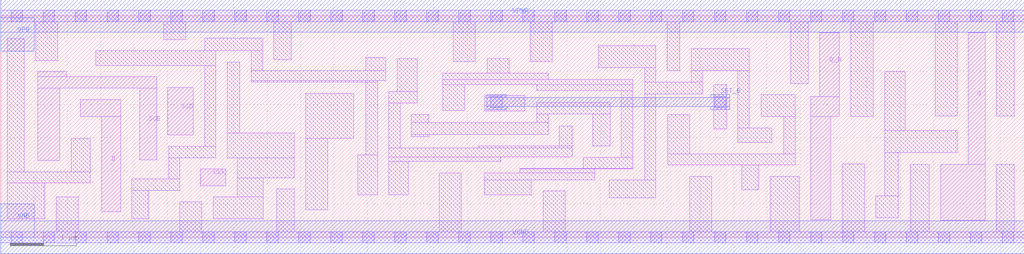
<source format=lef>
# Copyright 2020 The SkyWater PDK Authors
#
# Licensed under the Apache License, Version 2.0 (the "License");
# you may not use this file except in compliance with the License.
# You may obtain a copy of the License at
#
#     https://www.apache.org/licenses/LICENSE-2.0
#
# Unless required by applicable law or agreed to in writing, software
# distributed under the License is distributed on an "AS IS" BASIS,
# WITHOUT WARRANTIES OR CONDITIONS OF ANY KIND, either express or implied.
# See the License for the specific language governing permissions and
# limitations under the License.
#
# SPDX-License-Identifier: Apache-2.0

VERSION 5.5 ;
NAMESCASESENSITIVE ON ;
BUSBITCHARS "[]" ;
DIVIDERCHAR "/" ;
MACRO sky130_fd_sc_lp__sdfsbp_2
  CLASS CORE ;
  SOURCE USER ;
  ORIGIN  0.000000  0.000000 ;
  SIZE  15.36000 BY  3.330000 ;
  SYMMETRY X Y R90 ;
  SITE unit ;
  PIN D
    ANTENNAGATEAREA  0.159000 ;
    DIRECTION INPUT ;
    USE SIGNAL ;
    PORT
      LAYER li1 ;
        RECT 1.190000 1.815000 1.800000 2.075000 ;
        RECT 1.515000 0.385000 1.800000 1.815000 ;
    END
  END D
  PIN Q
    ANTENNADIFFAREA  0.898800 ;
    DIRECTION OUTPUT ;
    USE SIGNAL ;
    PORT
      LAYER li1 ;
        RECT 14.110000 0.255000 14.775000 1.095000 ;
        RECT 14.525000 1.095000 14.775000 3.075000 ;
    END
  END Q
  PIN Q_N
    ANTENNADIFFAREA  0.588000 ;
    DIRECTION OUTPUT ;
    USE SIGNAL ;
    PORT
      LAYER li1 ;
        RECT 12.155000 0.265000 12.460000 1.815000 ;
        RECT 12.155000 1.815000 12.585000 2.120000 ;
        RECT 12.290000 2.120000 12.585000 3.075000 ;
    END
  END Q_N
  PIN SCD
    ANTENNAGATEAREA  0.159000 ;
    DIRECTION INPUT ;
    USE SIGNAL ;
    PORT
      LAYER li1 ;
        RECT 2.510000 1.535000 2.890000 2.250000 ;
    END
  END SCD
  PIN SCE
    ANTENNAGATEAREA  0.318000 ;
    DIRECTION INPUT ;
    USE SIGNAL ;
    PORT
      LAYER li1 ;
        RECT 0.555000 1.155000 0.885000 2.245000 ;
        RECT 0.555000 2.245000 2.340000 2.415000 ;
        RECT 0.555000 2.415000 0.985000 2.490000 ;
        RECT 2.090000 1.165000 2.340000 2.245000 ;
    END
  END SCE
  PIN SET_B
    ANTENNAPARTIALMETALSIDEAREA  2.541000 ;
    DIRECTION INPUT ;
    USE SIGNAL ;
    PORT
      LAYER met1 ;
        RECT  7.295000 1.920000  7.585000 1.965000 ;
        RECT  7.295000 1.965000 10.945000 2.105000 ;
        RECT  7.295000 2.105000  7.585000 2.150000 ;
        RECT 10.655000 1.920000 10.945000 1.965000 ;
        RECT 10.655000 2.105000 10.945000 2.150000 ;
    END
  END SET_B
  PIN CLK
    ANTENNAGATEAREA  0.159000 ;
    DIRECTION INPUT ;
    USE CLOCK ;
    PORT
      LAYER li1 ;
        RECT 2.995000 0.775000 3.380000 1.025000 ;
    END
  END CLK
  PIN VGND
    DIRECTION INOUT ;
    USE GROUND ;
    PORT
      LAYER met1 ;
        RECT 0.000000 -0.245000 15.360000 0.245000 ;
    END
  END VGND
  PIN VNB
    DIRECTION INOUT ;
    USE GROUND ;
    PORT
    END
  END VNB
  PIN VPB
    DIRECTION INOUT ;
    USE POWER ;
    PORT
    END
  END VPB
  PIN VNB
    DIRECTION INOUT ;
    USE GROUND ;
    PORT
      LAYER met1 ;
        RECT 0.000000 0.000000 0.500000 0.500000 ;
    END
  END VNB
  PIN VPB
    DIRECTION INOUT ;
    USE POWER ;
    PORT
      LAYER met1 ;
        RECT 0.000000 2.800000 0.500000 3.300000 ;
    END
  END VPB
  PIN VPWR
    DIRECTION INOUT ;
    USE POWER ;
    PORT
      LAYER met1 ;
        RECT 0.000000 3.085000 15.360000 3.575000 ;
    END
  END VPWR
  OBS
    LAYER li1 ;
      RECT  0.000000 -0.085000 15.360000 0.085000 ;
      RECT  0.000000  3.245000 15.360000 3.415000 ;
      RECT  0.095000  0.275000  0.660000 0.815000 ;
      RECT  0.095000  0.815000  1.345000 0.985000 ;
      RECT  0.095000  0.985000  0.355000 2.985000 ;
      RECT  0.525000  2.660000  0.855000 3.245000 ;
      RECT  0.830000  0.085000  1.160000 0.605000 ;
      RECT  1.055000  0.985000  1.345000 1.485000 ;
      RECT  1.425000  2.585000  3.230000 2.805000 ;
      RECT  1.970000  0.280000  2.220000 0.705000 ;
      RECT  1.970000  0.705000  2.690000 0.875000 ;
      RECT  2.445000  2.975000  2.775000 3.245000 ;
      RECT  2.520000  0.875000  2.690000 1.195000 ;
      RECT  2.520000  1.195000  3.230000 1.365000 ;
      RECT  2.690000  0.085000  3.020000 0.535000 ;
      RECT  3.060000  1.365000  3.230000 2.585000 ;
      RECT  3.060000  2.805000  3.930000 2.995000 ;
      RECT  3.190000  0.275000  3.940000 0.605000 ;
      RECT  3.400000  1.195000  4.405000 1.565000 ;
      RECT  3.400000  1.565000  3.590000 2.635000 ;
      RECT  3.550000  0.605000  3.940000 0.895000 ;
      RECT  3.550000  0.895000  4.405000 1.195000 ;
      RECT  3.760000  2.335000  5.655000 2.360000 ;
      RECT  3.760000  2.360000  5.780000 2.505000 ;
      RECT  3.760000  2.505000  3.930000 2.805000 ;
      RECT  4.100000  2.675000  4.360000 3.245000 ;
      RECT  4.145000  0.085000  4.405000 0.725000 ;
      RECT  4.575000  0.410000  4.905000 1.485000 ;
      RECT  4.575000  1.485000  5.295000 2.165000 ;
      RECT  5.360000  0.640000  5.655000 1.235000 ;
      RECT  5.475000  1.235000  5.655000 2.335000 ;
      RECT  5.475000  2.505000  5.780000 2.705000 ;
      RECT  5.825000  0.640000  6.120000 1.140000 ;
      RECT  5.825000  1.140000  7.505000 1.205000 ;
      RECT  5.825000  1.205000  8.575000 1.345000 ;
      RECT  5.825000  1.345000  5.995000 2.020000 ;
      RECT  5.825000  2.020000  6.250000 2.190000 ;
      RECT  5.950000  2.190000  6.250000 2.690000 ;
      RECT  6.165000  1.515000  6.430000 1.545000 ;
      RECT  6.165000  1.545000  8.215000 1.725000 ;
      RECT  6.165000  1.725000  6.425000 1.845000 ;
      RECT  6.580000  0.085000  6.910000 0.970000 ;
      RECT  6.635000  1.905000  6.965000 2.300000 ;
      RECT  6.635000  2.300000  9.485000 2.375000 ;
      RECT  6.635000  2.375000  8.215000 2.470000 ;
      RECT  6.790000  2.640000  7.120000 3.245000 ;
      RECT  7.175000  1.345000  8.575000 1.375000 ;
      RECT  7.255000  0.640000  7.960000 0.865000 ;
      RECT  7.255000  0.865000  8.915000 0.970000 ;
      RECT  7.265000  1.895000  7.865000 2.130000 ;
      RECT  7.300000  2.470000  7.630000 2.690000 ;
      RECT  7.790000  0.970000  8.915000 1.030000 ;
      RECT  7.790000  1.030000  9.485000 1.035000 ;
      RECT  7.950000  2.640000  8.280000 3.245000 ;
      RECT  8.045000  1.725000  8.215000 1.855000 ;
      RECT  8.045000  1.855000  9.145000 2.025000 ;
      RECT  8.045000  2.205000  9.485000 2.300000 ;
      RECT  8.140000  0.085000  8.470000 0.695000 ;
      RECT  8.385000  1.375000  8.575000 1.675000 ;
      RECT  8.745000  1.035000  9.485000 1.200000 ;
      RECT  8.885000  1.370000  9.145000 1.855000 ;
      RECT  8.970000  2.555000  9.835000 2.885000 ;
      RECT  9.135000  0.590000  9.835000 0.860000 ;
      RECT  9.315000  1.200000  9.485000 2.205000 ;
      RECT  9.665000  0.860000  9.835000 2.155000 ;
      RECT  9.665000  2.155000 10.535000 2.335000 ;
      RECT  9.665000  2.335000  9.835000 2.555000 ;
      RECT 10.005000  2.505000 10.195000 3.245000 ;
      RECT 10.015000  1.085000 11.925000 1.255000 ;
      RECT 10.015000  1.255000 10.345000 1.845000 ;
      RECT 10.340000  0.085000 10.670000 0.915000 ;
      RECT 10.365000  2.335000 10.535000 2.505000 ;
      RECT 10.365000  2.505000 11.235000 2.835000 ;
      RECT 10.705000  1.630000 10.895000 2.300000 ;
      RECT 11.065000  1.425000 11.575000 1.645000 ;
      RECT 11.065000  1.645000 11.235000 2.505000 ;
      RECT 11.120000  0.710000 11.380000 1.085000 ;
      RECT 11.415000  1.815000 11.925000 2.145000 ;
      RECT 11.550000  0.085000 11.985000 0.915000 ;
      RECT 11.755000  1.255000 11.925000 1.815000 ;
      RECT 11.860000  2.315000 12.120000 3.245000 ;
      RECT 12.630000  0.085000 12.965000 1.105000 ;
      RECT 12.755000  1.815000 13.095000 3.245000 ;
      RECT 13.135000  0.290000 13.475000 0.620000 ;
      RECT 13.265000  0.620000 13.475000 1.275000 ;
      RECT 13.265000  1.275000 14.355000 1.605000 ;
      RECT 13.265000  1.605000 13.575000 2.495000 ;
      RECT 13.655000  0.085000 13.940000 1.095000 ;
      RECT 14.025000  1.820000 14.355000 3.245000 ;
      RECT 14.945000  0.085000 15.215000 1.095000 ;
      RECT 14.945000  1.820000 15.215000 3.245000 ;
    LAYER mcon ;
      RECT  0.155000 -0.085000  0.325000 0.085000 ;
      RECT  0.155000  3.245000  0.325000 3.415000 ;
      RECT  0.635000 -0.085000  0.805000 0.085000 ;
      RECT  0.635000  3.245000  0.805000 3.415000 ;
      RECT  1.115000 -0.085000  1.285000 0.085000 ;
      RECT  1.115000  3.245000  1.285000 3.415000 ;
      RECT  1.595000 -0.085000  1.765000 0.085000 ;
      RECT  1.595000  3.245000  1.765000 3.415000 ;
      RECT  2.075000 -0.085000  2.245000 0.085000 ;
      RECT  2.075000  3.245000  2.245000 3.415000 ;
      RECT  2.555000 -0.085000  2.725000 0.085000 ;
      RECT  2.555000  3.245000  2.725000 3.415000 ;
      RECT  3.035000 -0.085000  3.205000 0.085000 ;
      RECT  3.035000  3.245000  3.205000 3.415000 ;
      RECT  3.515000 -0.085000  3.685000 0.085000 ;
      RECT  3.515000  3.245000  3.685000 3.415000 ;
      RECT  3.995000 -0.085000  4.165000 0.085000 ;
      RECT  3.995000  3.245000  4.165000 3.415000 ;
      RECT  4.475000 -0.085000  4.645000 0.085000 ;
      RECT  4.475000  3.245000  4.645000 3.415000 ;
      RECT  4.955000 -0.085000  5.125000 0.085000 ;
      RECT  4.955000  3.245000  5.125000 3.415000 ;
      RECT  5.435000 -0.085000  5.605000 0.085000 ;
      RECT  5.435000  3.245000  5.605000 3.415000 ;
      RECT  5.915000 -0.085000  6.085000 0.085000 ;
      RECT  5.915000  3.245000  6.085000 3.415000 ;
      RECT  6.395000 -0.085000  6.565000 0.085000 ;
      RECT  6.395000  3.245000  6.565000 3.415000 ;
      RECT  6.875000 -0.085000  7.045000 0.085000 ;
      RECT  6.875000  3.245000  7.045000 3.415000 ;
      RECT  7.355000 -0.085000  7.525000 0.085000 ;
      RECT  7.355000  1.950000  7.525000 2.120000 ;
      RECT  7.355000  3.245000  7.525000 3.415000 ;
      RECT  7.835000 -0.085000  8.005000 0.085000 ;
      RECT  7.835000  3.245000  8.005000 3.415000 ;
      RECT  8.315000 -0.085000  8.485000 0.085000 ;
      RECT  8.315000  3.245000  8.485000 3.415000 ;
      RECT  8.795000 -0.085000  8.965000 0.085000 ;
      RECT  8.795000  3.245000  8.965000 3.415000 ;
      RECT  9.275000 -0.085000  9.445000 0.085000 ;
      RECT  9.275000  3.245000  9.445000 3.415000 ;
      RECT  9.755000 -0.085000  9.925000 0.085000 ;
      RECT  9.755000  3.245000  9.925000 3.415000 ;
      RECT 10.235000 -0.085000 10.405000 0.085000 ;
      RECT 10.235000  3.245000 10.405000 3.415000 ;
      RECT 10.715000 -0.085000 10.885000 0.085000 ;
      RECT 10.715000  1.950000 10.885000 2.120000 ;
      RECT 10.715000  3.245000 10.885000 3.415000 ;
      RECT 11.195000 -0.085000 11.365000 0.085000 ;
      RECT 11.195000  3.245000 11.365000 3.415000 ;
      RECT 11.675000 -0.085000 11.845000 0.085000 ;
      RECT 11.675000  3.245000 11.845000 3.415000 ;
      RECT 12.155000 -0.085000 12.325000 0.085000 ;
      RECT 12.155000  3.245000 12.325000 3.415000 ;
      RECT 12.635000 -0.085000 12.805000 0.085000 ;
      RECT 12.635000  3.245000 12.805000 3.415000 ;
      RECT 13.115000 -0.085000 13.285000 0.085000 ;
      RECT 13.115000  3.245000 13.285000 3.415000 ;
      RECT 13.595000 -0.085000 13.765000 0.085000 ;
      RECT 13.595000  3.245000 13.765000 3.415000 ;
      RECT 14.075000 -0.085000 14.245000 0.085000 ;
      RECT 14.075000  3.245000 14.245000 3.415000 ;
      RECT 14.555000 -0.085000 14.725000 0.085000 ;
      RECT 14.555000  3.245000 14.725000 3.415000 ;
      RECT 15.035000 -0.085000 15.205000 0.085000 ;
      RECT 15.035000  3.245000 15.205000 3.415000 ;
  END
END sky130_fd_sc_lp__sdfsbp_2
END LIBRARY

</source>
